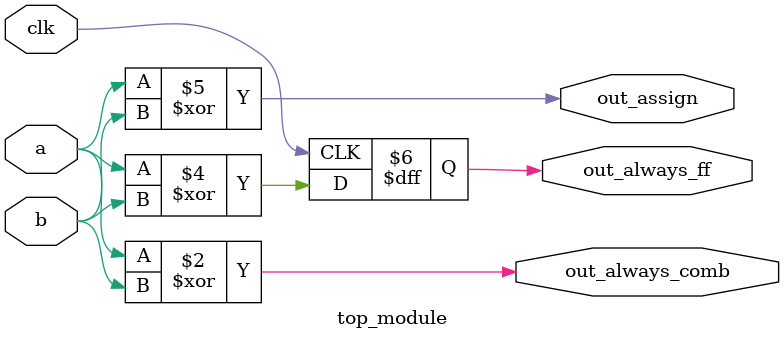
<source format=v>
module top_module(
    input clk,
    input a,
    input b,
    output wire out_assign,
    output reg out_always_comb,
    output reg out_always_ff);
    
    always @(*)   begin
        out_always_comb = a ^ b;
    end
    
    always @(posedge clk)  begin
        out_always_ff = a ^ b;
    end

    assign out_assign = a ^ b;
endmodule

</source>
